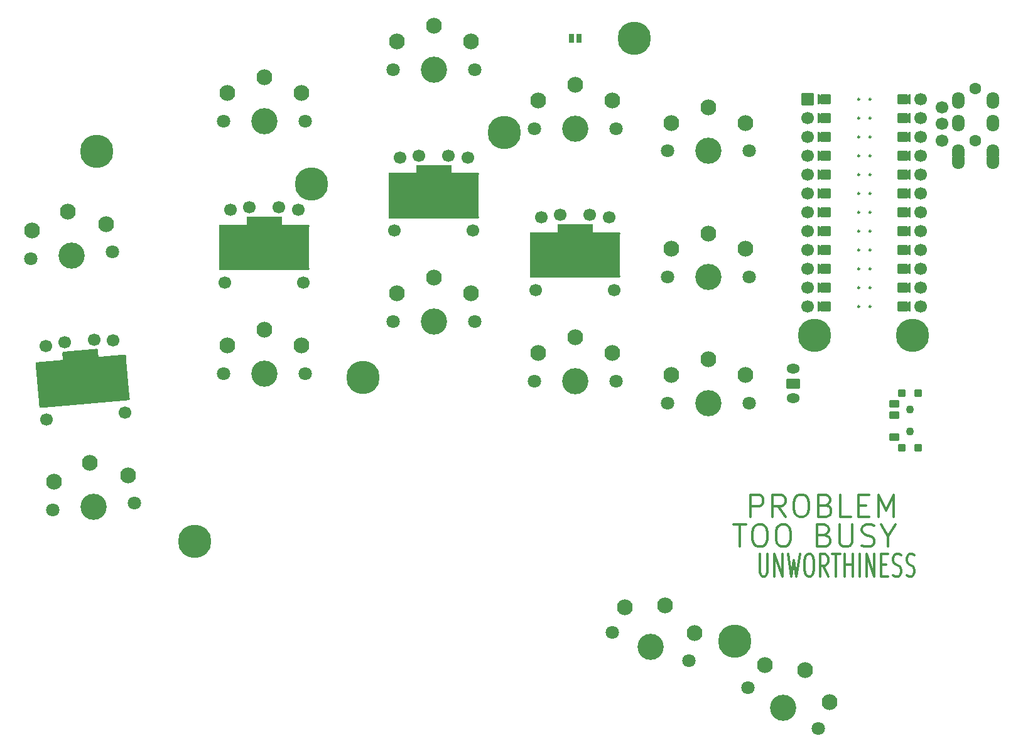
<source format=gts>
G04 #@! TF.GenerationSoftware,KiCad,Pcbnew,(6.0.4)*
G04 #@! TF.CreationDate,2022-07-01T16:06:35-05:00*
G04 #@! TF.ProjectId,om,6f6d2e6b-6963-4616-945f-706362585858,v1.0.0*
G04 #@! TF.SameCoordinates,Original*
G04 #@! TF.FileFunction,Soldermask,Top*
G04 #@! TF.FilePolarity,Negative*
%FSLAX46Y46*%
G04 Gerber Fmt 4.6, Leading zero omitted, Abs format (unit mm)*
G04 Created by KiCad (PCBNEW (6.0.4)) date 2022-07-01 16:06:35*
%MOMM*%
%LPD*%
G01*
G04 APERTURE LIST*
G04 Aperture macros list*
%AMRoundRect*
0 Rectangle with rounded corners*
0 $1 Rounding radius*
0 $2 $3 $4 $5 $6 $7 $8 $9 X,Y pos of 4 corners*
0 Add a 4 corners polygon primitive as box body*
4,1,4,$2,$3,$4,$5,$6,$7,$8,$9,$2,$3,0*
0 Add four circle primitives for the rounded corners*
1,1,$1+$1,$2,$3*
1,1,$1+$1,$4,$5*
1,1,$1+$1,$6,$7*
1,1,$1+$1,$8,$9*
0 Add four rect primitives between the rounded corners*
20,1,$1+$1,$2,$3,$4,$5,0*
20,1,$1+$1,$4,$5,$6,$7,0*
20,1,$1+$1,$6,$7,$8,$9,0*
20,1,$1+$1,$8,$9,$2,$3,0*%
%AMHorizOval*
0 Thick line with rounded ends*
0 $1 width*
0 $2 $3 position (X,Y) of the first rounded end (center of the circle)*
0 $4 $5 position (X,Y) of the second rounded end (center of the circle)*
0 Add line between two ends*
20,1,$1,$2,$3,$4,$5,0*
0 Add two circle primitives to create the rounded ends*
1,1,$1,$2,$3*
1,1,$1,$4,$5*%
%AMFreePoly0*
4,1,14,0.635355,0.435355,0.650000,0.400000,0.650000,0.200000,0.635355,0.164645,0.035355,-0.435355,0.000000,-0.450000,-0.035355,-0.435355,-0.635355,0.164645,-0.650000,0.200000,-0.650000,0.400000,-0.635355,0.435355,-0.600000,0.450000,0.600000,0.450000,0.635355,0.435355,0.635355,0.435355,$1*%
%AMFreePoly1*
4,1,16,0.635355,1.035355,0.650000,1.000000,0.650000,-0.250000,0.635355,-0.285355,0.600000,-0.300000,-0.600000,-0.300000,-0.635355,-0.285355,-0.650000,-0.250000,-0.650000,1.000000,-0.635355,1.035355,-0.600000,1.050000,-0.564645,1.035355,0.000000,0.470710,0.564645,1.035355,0.600000,1.050000,0.635355,1.035355,0.635355,1.035355,$1*%
G04 Aperture macros list end*
%ADD10C,0.300000*%
%ADD11C,0.250000*%
%ADD12C,0.100000*%
%ADD13C,1.100000*%
%ADD14RoundRect,0.050000X-0.450000X0.450000X-0.450000X-0.450000X0.450000X-0.450000X0.450000X0.450000X0*%
%ADD15RoundRect,0.050000X-0.625000X0.450000X-0.625000X-0.450000X0.625000X-0.450000X0.625000X0.450000X0*%
%ADD16C,1.801800*%
%ADD17C,3.529000*%
%ADD18C,2.132000*%
%ADD19RoundRect,0.050000X0.850000X-0.600000X0.850000X0.600000X-0.850000X0.600000X-0.850000X-0.600000X0*%
%ADD20O,1.800000X1.300000*%
%ADD21C,4.500000*%
%ADD22C,1.600000*%
%ADD23O,1.700000X2.300000*%
%ADD24FreePoly0,90.000000*%
%ADD25C,1.700000*%
%ADD26FreePoly0,270.000000*%
%ADD27RoundRect,0.050000X-0.800000X0.800000X-0.800000X-0.800000X0.800000X-0.800000X0.800000X0.800000X0*%
%ADD28FreePoly1,270.000000*%
%ADD29FreePoly1,90.000000*%
%ADD30O,0.400000X6.200000*%
%ADD31O,0.400000X1.300000*%
%ADD32O,11.950000X6.000000*%
%ADD33O,1.100000X6.000000*%
%ADD34O,4.800000X0.400000*%
%ADD35O,12.200000X0.400000*%
%ADD36O,4.800000X1.100000*%
%ADD37HorizOval,0.400000X-5.877549X-0.514219X5.877549X0.514219X0*%
%ADD38HorizOval,1.100000X-0.213532X2.440677X0.213532X-2.440677X0*%
%ADD39HorizOval,0.400000X0.252752X-2.888965X-0.252752X2.888965X0*%
%ADD40HorizOval,6.000000X-2.963679X-0.259288X2.963679X0.259288X0*%
%ADD41HorizOval,0.400000X0.039220X-0.448288X-0.039220X0.448288X0*%
%ADD42HorizOval,1.100000X-1.842960X-0.161238X1.842960X0.161238X0*%
%ADD43HorizOval,0.400000X-2.191628X-0.191743X2.191628X0.191743X0*%
%ADD44RoundRect,0.050000X-0.317500X-0.571500X0.317500X-0.571500X0.317500X0.571500X-0.317500X0.571500X0*%
G04 APERTURE END LIST*
D10*
X240816161Y-169956449D02*
X240816161Y-166956449D01*
X241959019Y-166956449D01*
X242244733Y-167099307D01*
X242387590Y-167242164D01*
X242530447Y-167527878D01*
X242530447Y-167956449D01*
X242387590Y-168242164D01*
X242244733Y-168385021D01*
X241959019Y-168527878D01*
X240816161Y-168527878D01*
X245530447Y-169956449D02*
X244530447Y-168527878D01*
X243816161Y-169956449D02*
X243816161Y-166956449D01*
X244959019Y-166956449D01*
X245244733Y-167099307D01*
X245387590Y-167242164D01*
X245530447Y-167527878D01*
X245530447Y-167956449D01*
X245387590Y-168242164D01*
X245244733Y-168385021D01*
X244959019Y-168527878D01*
X243816161Y-168527878D01*
X247387590Y-166956449D02*
X247959019Y-166956449D01*
X248244733Y-167099307D01*
X248530447Y-167385021D01*
X248673304Y-167956449D01*
X248673304Y-168956449D01*
X248530447Y-169527878D01*
X248244733Y-169813592D01*
X247959019Y-169956449D01*
X247387590Y-169956449D01*
X247101876Y-169813592D01*
X246816161Y-169527878D01*
X246673304Y-168956449D01*
X246673304Y-167956449D01*
X246816161Y-167385021D01*
X247101876Y-167099307D01*
X247387590Y-166956449D01*
X250959019Y-168385021D02*
X251387590Y-168527878D01*
X251530447Y-168670735D01*
X251673304Y-168956449D01*
X251673304Y-169385021D01*
X251530447Y-169670735D01*
X251387590Y-169813592D01*
X251101876Y-169956449D01*
X249959019Y-169956449D01*
X249959019Y-166956449D01*
X250959019Y-166956449D01*
X251244733Y-167099307D01*
X251387590Y-167242164D01*
X251530447Y-167527878D01*
X251530447Y-167813592D01*
X251387590Y-168099307D01*
X251244733Y-168242164D01*
X250959019Y-168385021D01*
X249959019Y-168385021D01*
X254387590Y-169956449D02*
X252959019Y-169956449D01*
X252959019Y-166956449D01*
X255387590Y-168385021D02*
X256387590Y-168385021D01*
X256816161Y-169956449D02*
X255387590Y-169956449D01*
X255387590Y-166956449D01*
X256816161Y-166956449D01*
X258101876Y-169956449D02*
X258101876Y-166956449D01*
X259101876Y-169099307D01*
X260101876Y-166956449D01*
X260101876Y-169956449D01*
X238530447Y-170956449D02*
X240244733Y-170956449D01*
X239387590Y-173956449D02*
X239387590Y-170956449D01*
X241816161Y-170956449D02*
X242387590Y-170956449D01*
X242673304Y-171099307D01*
X242959019Y-171385021D01*
X243101876Y-171956449D01*
X243101876Y-172956449D01*
X242959019Y-173527878D01*
X242673304Y-173813592D01*
X242387590Y-173956449D01*
X241816161Y-173956449D01*
X241530447Y-173813592D01*
X241244733Y-173527878D01*
X241101876Y-172956449D01*
X241101876Y-171956449D01*
X241244733Y-171385021D01*
X241530447Y-171099307D01*
X241816161Y-170956449D01*
X244959019Y-170956449D02*
X245530447Y-170956449D01*
X245816161Y-171099307D01*
X246101876Y-171385021D01*
X246244733Y-171956449D01*
X246244733Y-172956449D01*
X246101876Y-173527878D01*
X245816161Y-173813592D01*
X245530447Y-173956449D01*
X244959019Y-173956449D01*
X244673304Y-173813592D01*
X244387590Y-173527878D01*
X244244733Y-172956449D01*
X244244733Y-171956449D01*
X244387590Y-171385021D01*
X244673304Y-171099307D01*
X244959019Y-170956449D01*
X250816161Y-172385021D02*
X251244733Y-172527878D01*
X251387590Y-172670735D01*
X251530447Y-172956449D01*
X251530447Y-173385021D01*
X251387590Y-173670735D01*
X251244733Y-173813592D01*
X250959019Y-173956449D01*
X249816161Y-173956449D01*
X249816161Y-170956449D01*
X250816161Y-170956449D01*
X251101876Y-171099307D01*
X251244733Y-171242164D01*
X251387590Y-171527878D01*
X251387590Y-171813592D01*
X251244733Y-172099307D01*
X251101876Y-172242164D01*
X250816161Y-172385021D01*
X249816161Y-172385021D01*
X252816161Y-170956449D02*
X252816161Y-173385021D01*
X252959019Y-173670735D01*
X253101876Y-173813592D01*
X253387590Y-173956449D01*
X253959019Y-173956449D01*
X254244733Y-173813592D01*
X254387590Y-173670735D01*
X254530447Y-173385021D01*
X254530447Y-170956449D01*
X255816161Y-173813592D02*
X256244733Y-173956449D01*
X256959019Y-173956449D01*
X257244733Y-173813592D01*
X257387590Y-173670735D01*
X257530447Y-173385021D01*
X257530447Y-173099307D01*
X257387590Y-172813592D01*
X257244733Y-172670735D01*
X256959019Y-172527878D01*
X256387590Y-172385021D01*
X256101876Y-172242164D01*
X255959019Y-172099307D01*
X255816161Y-171813592D01*
X255816161Y-171527878D01*
X255959019Y-171242164D01*
X256101876Y-171099307D01*
X256387590Y-170956449D01*
X257101876Y-170956449D01*
X257530447Y-171099307D01*
X259387590Y-172527878D02*
X259387590Y-173956449D01*
X258387590Y-170956449D02*
X259387590Y-172527878D01*
X260387590Y-170956449D01*
X242054257Y-174956449D02*
X242054257Y-177385021D01*
X242144733Y-177670735D01*
X242235209Y-177813592D01*
X242416161Y-177956449D01*
X242778066Y-177956449D01*
X242959019Y-177813592D01*
X243049495Y-177670735D01*
X243139971Y-177385021D01*
X243139971Y-174956449D01*
X244044733Y-177956449D02*
X244044733Y-174956449D01*
X245130447Y-177956449D01*
X245130447Y-174956449D01*
X245854257Y-174956449D02*
X246306638Y-177956449D01*
X246668542Y-175813592D01*
X247030447Y-177956449D01*
X247482828Y-174956449D01*
X248568542Y-174956449D02*
X248930447Y-174956449D01*
X249111399Y-175099307D01*
X249292352Y-175385021D01*
X249382828Y-175956449D01*
X249382828Y-176956449D01*
X249292352Y-177527878D01*
X249111399Y-177813592D01*
X248930447Y-177956449D01*
X248568542Y-177956449D01*
X248387590Y-177813592D01*
X248206638Y-177527878D01*
X248116161Y-176956449D01*
X248116161Y-175956449D01*
X248206638Y-175385021D01*
X248387590Y-175099307D01*
X248568542Y-174956449D01*
X251282828Y-177956449D02*
X250649495Y-176527878D01*
X250197114Y-177956449D02*
X250197114Y-174956449D01*
X250920923Y-174956449D01*
X251101876Y-175099307D01*
X251192352Y-175242164D01*
X251282828Y-175527878D01*
X251282828Y-175956449D01*
X251192352Y-176242164D01*
X251101876Y-176385021D01*
X250920923Y-176527878D01*
X250197114Y-176527878D01*
X251825685Y-174956449D02*
X252911399Y-174956449D01*
X252368542Y-177956449D02*
X252368542Y-174956449D01*
X253544733Y-177956449D02*
X253544733Y-174956449D01*
X253544733Y-176385021D02*
X254630447Y-176385021D01*
X254630447Y-177956449D02*
X254630447Y-174956449D01*
X255535209Y-177956449D02*
X255535209Y-174956449D01*
X256439971Y-177956449D02*
X256439971Y-174956449D01*
X257525685Y-177956449D01*
X257525685Y-174956449D01*
X258430447Y-176385021D02*
X259063780Y-176385021D01*
X259335209Y-177956449D02*
X258430447Y-177956449D01*
X258430447Y-174956449D01*
X259335209Y-174956449D01*
X260059019Y-177813592D02*
X260330447Y-177956449D01*
X260782828Y-177956449D01*
X260963780Y-177813592D01*
X261054257Y-177670735D01*
X261144733Y-177385021D01*
X261144733Y-177099307D01*
X261054257Y-176813592D01*
X260963780Y-176670735D01*
X260782828Y-176527878D01*
X260420923Y-176385021D01*
X260239971Y-176242164D01*
X260149495Y-176099307D01*
X260059019Y-175813592D01*
X260059019Y-175527878D01*
X260149495Y-175242164D01*
X260239971Y-175099307D01*
X260420923Y-174956449D01*
X260873304Y-174956449D01*
X261144733Y-175099307D01*
X261868542Y-177813592D02*
X262139971Y-177956449D01*
X262592352Y-177956449D01*
X262773304Y-177813592D01*
X262863780Y-177670735D01*
X262954257Y-177385021D01*
X262954257Y-177099307D01*
X262863780Y-176813592D01*
X262773304Y-176670735D01*
X262592352Y-176527878D01*
X262230447Y-176385021D01*
X262049495Y-176242164D01*
X261959019Y-176099307D01*
X261868542Y-175813592D01*
X261868542Y-175527878D01*
X261959019Y-175242164D01*
X262049495Y-175099307D01*
X262230447Y-174956449D01*
X262682828Y-174956449D01*
X262954257Y-175099307D01*
D11*
X257057000Y-133970000D02*
G75*
G03*
X257057000Y-133970000I-125000J0D01*
G01*
X255533000Y-118730000D02*
G75*
G03*
X255533000Y-118730000I-125000J0D01*
G01*
X255533000Y-126350000D02*
G75*
G03*
X255533000Y-126350000I-125000J0D01*
G01*
X257057000Y-123810000D02*
G75*
G03*
X257057000Y-123810000I-125000J0D01*
G01*
X257057000Y-116190000D02*
G75*
G03*
X257057000Y-116190000I-125000J0D01*
G01*
X255533000Y-121270000D02*
G75*
G03*
X255533000Y-121270000I-125000J0D01*
G01*
X257057000Y-118730000D02*
G75*
G03*
X257057000Y-118730000I-125000J0D01*
G01*
X257057000Y-128890000D02*
G75*
G03*
X257057000Y-128890000I-125000J0D01*
G01*
X257057000Y-136510000D02*
G75*
G03*
X257057000Y-136510000I-125000J0D01*
G01*
X257057000Y-131430000D02*
G75*
G03*
X257057000Y-131430000I-125000J0D01*
G01*
X257057000Y-139050000D02*
G75*
G03*
X257057000Y-139050000I-125000J0D01*
G01*
X255533000Y-123810000D02*
G75*
G03*
X255533000Y-123810000I-125000J0D01*
G01*
X255533000Y-141590000D02*
G75*
G03*
X255533000Y-141590000I-125000J0D01*
G01*
X255533000Y-131430000D02*
G75*
G03*
X255533000Y-131430000I-125000J0D01*
G01*
X255533000Y-133970000D02*
G75*
G03*
X255533000Y-133970000I-125000J0D01*
G01*
X255533000Y-116190000D02*
G75*
G03*
X255533000Y-116190000I-125000J0D01*
G01*
X257057000Y-113650000D02*
G75*
G03*
X257057000Y-113650000I-125000J0D01*
G01*
X255533000Y-113650000D02*
G75*
G03*
X255533000Y-113650000I-125000J0D01*
G01*
X257057000Y-141590000D02*
G75*
G03*
X257057000Y-141590000I-125000J0D01*
G01*
X257057000Y-126350000D02*
G75*
G03*
X257057000Y-126350000I-125000J0D01*
G01*
X255533000Y-136510000D02*
G75*
G03*
X255533000Y-136510000I-125000J0D01*
G01*
X255533000Y-139050000D02*
G75*
G03*
X255533000Y-139050000I-125000J0D01*
G01*
X257057000Y-121270000D02*
G75*
G03*
X257057000Y-121270000I-125000J0D01*
G01*
X255533000Y-128890000D02*
G75*
G03*
X255533000Y-128890000I-125000J0D01*
G01*
G36*
X262266000Y-139558000D02*
G01*
X261250000Y-139558000D01*
X261250000Y-138542000D01*
X262266000Y-138542000D01*
X262266000Y-139558000D01*
G37*
D12*
X262266000Y-139558000D02*
X261250000Y-139558000D01*
X261250000Y-138542000D01*
X262266000Y-138542000D01*
X262266000Y-139558000D01*
G36*
X251090000Y-129398000D02*
G01*
X250074000Y-129398000D01*
X250074000Y-128382000D01*
X251090000Y-128382000D01*
X251090000Y-129398000D01*
G37*
X251090000Y-129398000D02*
X250074000Y-129398000D01*
X250074000Y-128382000D01*
X251090000Y-128382000D01*
X251090000Y-129398000D01*
G36*
X262266000Y-134478000D02*
G01*
X261250000Y-134478000D01*
X261250000Y-133462000D01*
X262266000Y-133462000D01*
X262266000Y-134478000D01*
G37*
X262266000Y-134478000D02*
X261250000Y-134478000D01*
X261250000Y-133462000D01*
X262266000Y-133462000D01*
X262266000Y-134478000D01*
G36*
X251090000Y-139558000D02*
G01*
X250074000Y-139558000D01*
X250074000Y-138542000D01*
X251090000Y-138542000D01*
X251090000Y-139558000D01*
G37*
X251090000Y-139558000D02*
X250074000Y-139558000D01*
X250074000Y-138542000D01*
X251090000Y-138542000D01*
X251090000Y-139558000D01*
G36*
X262266000Y-131938000D02*
G01*
X261250000Y-131938000D01*
X261250000Y-130922000D01*
X262266000Y-130922000D01*
X262266000Y-131938000D01*
G37*
X262266000Y-131938000D02*
X261250000Y-131938000D01*
X261250000Y-130922000D01*
X262266000Y-130922000D01*
X262266000Y-131938000D01*
G36*
X262266000Y-129398000D02*
G01*
X261250000Y-129398000D01*
X261250000Y-128382000D01*
X262266000Y-128382000D01*
X262266000Y-129398000D01*
G37*
X262266000Y-129398000D02*
X261250000Y-129398000D01*
X261250000Y-128382000D01*
X262266000Y-128382000D01*
X262266000Y-129398000D01*
G36*
X262266000Y-119238000D02*
G01*
X261250000Y-119238000D01*
X261250000Y-118222000D01*
X262266000Y-118222000D01*
X262266000Y-119238000D01*
G37*
X262266000Y-119238000D02*
X261250000Y-119238000D01*
X261250000Y-118222000D01*
X262266000Y-118222000D01*
X262266000Y-119238000D01*
G36*
X251090000Y-119238000D02*
G01*
X250074000Y-119238000D01*
X250074000Y-118222000D01*
X251090000Y-118222000D01*
X251090000Y-119238000D01*
G37*
X251090000Y-119238000D02*
X250074000Y-119238000D01*
X250074000Y-118222000D01*
X251090000Y-118222000D01*
X251090000Y-119238000D01*
G36*
X251090000Y-116698000D02*
G01*
X250074000Y-116698000D01*
X250074000Y-115682000D01*
X251090000Y-115682000D01*
X251090000Y-116698000D01*
G37*
X251090000Y-116698000D02*
X250074000Y-116698000D01*
X250074000Y-115682000D01*
X251090000Y-115682000D01*
X251090000Y-116698000D01*
G36*
X251090000Y-134478000D02*
G01*
X250074000Y-134478000D01*
X250074000Y-133462000D01*
X251090000Y-133462000D01*
X251090000Y-134478000D01*
G37*
X251090000Y-134478000D02*
X250074000Y-134478000D01*
X250074000Y-133462000D01*
X251090000Y-133462000D01*
X251090000Y-134478000D01*
G36*
X251090000Y-126858000D02*
G01*
X250074000Y-126858000D01*
X250074000Y-125842000D01*
X251090000Y-125842000D01*
X251090000Y-126858000D01*
G37*
X251090000Y-126858000D02*
X250074000Y-126858000D01*
X250074000Y-125842000D01*
X251090000Y-125842000D01*
X251090000Y-126858000D01*
G36*
X262266000Y-124318000D02*
G01*
X261250000Y-124318000D01*
X261250000Y-123302000D01*
X262266000Y-123302000D01*
X262266000Y-124318000D01*
G37*
X262266000Y-124318000D02*
X261250000Y-124318000D01*
X261250000Y-123302000D01*
X262266000Y-123302000D01*
X262266000Y-124318000D01*
G36*
X251090000Y-124318000D02*
G01*
X250074000Y-124318000D01*
X250074000Y-123302000D01*
X251090000Y-123302000D01*
X251090000Y-124318000D01*
G37*
X251090000Y-124318000D02*
X250074000Y-124318000D01*
X250074000Y-123302000D01*
X251090000Y-123302000D01*
X251090000Y-124318000D01*
G36*
X251090000Y-142098000D02*
G01*
X250074000Y-142098000D01*
X250074000Y-141082000D01*
X251090000Y-141082000D01*
X251090000Y-142098000D01*
G37*
X251090000Y-142098000D02*
X250074000Y-142098000D01*
X250074000Y-141082000D01*
X251090000Y-141082000D01*
X251090000Y-142098000D01*
G36*
X262266000Y-116698000D02*
G01*
X261250000Y-116698000D01*
X261250000Y-115682000D01*
X262266000Y-115682000D01*
X262266000Y-116698000D01*
G37*
X262266000Y-116698000D02*
X261250000Y-116698000D01*
X261250000Y-115682000D01*
X262266000Y-115682000D01*
X262266000Y-116698000D01*
G36*
X262266000Y-137018000D02*
G01*
X261250000Y-137018000D01*
X261250000Y-136002000D01*
X262266000Y-136002000D01*
X262266000Y-137018000D01*
G37*
X262266000Y-137018000D02*
X261250000Y-137018000D01*
X261250000Y-136002000D01*
X262266000Y-136002000D01*
X262266000Y-137018000D01*
G36*
X262266000Y-142098000D02*
G01*
X261250000Y-142098000D01*
X261250000Y-141082000D01*
X262266000Y-141082000D01*
X262266000Y-142098000D01*
G37*
X262266000Y-142098000D02*
X261250000Y-142098000D01*
X261250000Y-141082000D01*
X262266000Y-141082000D01*
X262266000Y-142098000D01*
G36*
X251090000Y-114158000D02*
G01*
X250074000Y-114158000D01*
X250074000Y-113142000D01*
X251090000Y-113142000D01*
X251090000Y-114158000D01*
G37*
X251090000Y-114158000D02*
X250074000Y-114158000D01*
X250074000Y-113142000D01*
X251090000Y-113142000D01*
X251090000Y-114158000D01*
G36*
X262266000Y-121778000D02*
G01*
X261250000Y-121778000D01*
X261250000Y-120762000D01*
X262266000Y-120762000D01*
X262266000Y-121778000D01*
G37*
X262266000Y-121778000D02*
X261250000Y-121778000D01*
X261250000Y-120762000D01*
X262266000Y-120762000D01*
X262266000Y-121778000D01*
G36*
X262266000Y-126858000D02*
G01*
X261250000Y-126858000D01*
X261250000Y-125842000D01*
X262266000Y-125842000D01*
X262266000Y-126858000D01*
G37*
X262266000Y-126858000D02*
X261250000Y-126858000D01*
X261250000Y-125842000D01*
X262266000Y-125842000D01*
X262266000Y-126858000D01*
G36*
X251090000Y-121778000D02*
G01*
X250074000Y-121778000D01*
X250074000Y-120762000D01*
X251090000Y-120762000D01*
X251090000Y-121778000D01*
G37*
X251090000Y-121778000D02*
X250074000Y-121778000D01*
X250074000Y-120762000D01*
X251090000Y-120762000D01*
X251090000Y-121778000D01*
G36*
X251090000Y-131938000D02*
G01*
X250074000Y-131938000D01*
X250074000Y-130922000D01*
X251090000Y-130922000D01*
X251090000Y-131938000D01*
G37*
X251090000Y-131938000D02*
X250074000Y-131938000D01*
X250074000Y-130922000D01*
X251090000Y-130922000D01*
X251090000Y-131938000D01*
G36*
X251090000Y-137018000D02*
G01*
X250074000Y-137018000D01*
X250074000Y-136002000D01*
X251090000Y-136002000D01*
X251090000Y-137018000D01*
G37*
X251090000Y-137018000D02*
X250074000Y-137018000D01*
X250074000Y-136002000D01*
X251090000Y-136002000D01*
X251090000Y-137018000D01*
G36*
X262266000Y-114158000D02*
G01*
X261250000Y-114158000D01*
X261250000Y-113142000D01*
X262266000Y-113142000D01*
X262266000Y-114158000D01*
G37*
X262266000Y-114158000D02*
X261250000Y-114158000D01*
X261250000Y-113142000D01*
X262266000Y-113142000D01*
X262266000Y-114158000D01*
D13*
X262310000Y-158460000D03*
D14*
X263410000Y-153260000D03*
D13*
X262310000Y-155460000D03*
D14*
X261210000Y-153260000D03*
X261210000Y-160660000D03*
X263410000Y-160660000D03*
D15*
X260235000Y-159210000D03*
X260235000Y-156210000D03*
X260235000Y-154710000D03*
D16*
X240670000Y-120620000D03*
X229670000Y-120620000D03*
D17*
X235170000Y-120620000D03*
D18*
X230170000Y-116820000D03*
X240170000Y-116820000D03*
X235170000Y-114720000D03*
X235170000Y-114720000D03*
D19*
X246600000Y-151955000D03*
D20*
X246600000Y-153955000D03*
X246600000Y-149955000D03*
D21*
X207645000Y-118122216D03*
X181622216Y-125095000D03*
X188595000Y-151117784D03*
X238660000Y-186710000D03*
D17*
X149303719Y-134703502D03*
D16*
X154782790Y-134224145D03*
X143824648Y-135182859D03*
D18*
X143991554Y-131353741D03*
X153953501Y-130482183D03*
X148789500Y-128825953D03*
X148789500Y-128825953D03*
D22*
X271160000Y-112220000D03*
X271160000Y-119220000D03*
D23*
X273460000Y-121920000D03*
X268860000Y-121920000D03*
X268860000Y-120820000D03*
X273460000Y-120820000D03*
X268860000Y-116820000D03*
X273460000Y-116820000D03*
X268860000Y-113820000D03*
X273460000Y-113820000D03*
D17*
X235170000Y-137620000D03*
D16*
X229670000Y-137620000D03*
X240670000Y-137620000D03*
D18*
X240170000Y-133820000D03*
X230170000Y-133820000D03*
X235170000Y-131720000D03*
X235170000Y-131720000D03*
D21*
X262660000Y-145460000D03*
D16*
X222151158Y-185565252D03*
X232487776Y-189327474D03*
D17*
X227319467Y-187446363D03*
D18*
X223920680Y-182165430D03*
X233317607Y-185585632D03*
X229337386Y-181902177D03*
X229337386Y-181902177D03*
D21*
X249410000Y-145460000D03*
D16*
X146787943Y-169053479D03*
X157746085Y-168094765D03*
D17*
X152267014Y-168574122D03*
D18*
X146954849Y-165224361D03*
X156916796Y-164352803D03*
X151752795Y-162696573D03*
X151752795Y-162696573D03*
D16*
X169760000Y-116620000D03*
D17*
X175260000Y-116620000D03*
D16*
X180760000Y-116620000D03*
D18*
X170260000Y-112820000D03*
X180260000Y-112820000D03*
X175260000Y-110720000D03*
X175260000Y-110720000D03*
D24*
X250328000Y-113650000D03*
D25*
X248550000Y-113650000D03*
X263790000Y-113650000D03*
X263790000Y-121270000D03*
D26*
X262012000Y-139050000D03*
D25*
X263790000Y-131430000D03*
X263790000Y-139050000D03*
D26*
X262012000Y-116190000D03*
D25*
X248550000Y-118730000D03*
X263790000Y-123810000D03*
D26*
X262012000Y-121270000D03*
D24*
X250328000Y-136510000D03*
X250328000Y-131430000D03*
D26*
X262012000Y-123810000D03*
D25*
X248550000Y-126350000D03*
X248550000Y-131430000D03*
X248550000Y-116190000D03*
X263790000Y-133970000D03*
D26*
X262012000Y-113650000D03*
X262012000Y-136510000D03*
D25*
X263790000Y-128890000D03*
D26*
X262012000Y-141590000D03*
X262012000Y-128890000D03*
X262012000Y-131430000D03*
D25*
X263790000Y-126350000D03*
D27*
X248550000Y-113650000D03*
D26*
X262012000Y-133970000D03*
D24*
X250328000Y-123810000D03*
X250328000Y-118730000D03*
D25*
X263790000Y-141590000D03*
D24*
X250328000Y-133970000D03*
D25*
X248550000Y-139050000D03*
D24*
X250328000Y-116190000D03*
D25*
X248550000Y-136510000D03*
X263790000Y-116190000D03*
X248550000Y-121270000D03*
D26*
X262012000Y-118730000D03*
D24*
X250328000Y-126350000D03*
D25*
X263790000Y-118730000D03*
D24*
X250328000Y-139050000D03*
X250328000Y-141590000D03*
D26*
X262012000Y-126350000D03*
D25*
X248550000Y-133970000D03*
D24*
X250328000Y-128890000D03*
D25*
X248550000Y-128890000D03*
X248550000Y-141590000D03*
X248550000Y-123810000D03*
D24*
X250328000Y-121270000D03*
D25*
X263790000Y-136510000D03*
D28*
X260996000Y-113650000D03*
X260996000Y-116190000D03*
X260996000Y-118730000D03*
X260996000Y-121270000D03*
X260996000Y-123810000D03*
X260996000Y-126350000D03*
X260996000Y-128890000D03*
X260996000Y-131430000D03*
X260996000Y-133970000D03*
X260996000Y-136510000D03*
X260996000Y-139050000D03*
X260996000Y-141590000D03*
D29*
X251344000Y-141590000D03*
X251344000Y-139050000D03*
X251344000Y-136510000D03*
X251344000Y-133970000D03*
X251344000Y-131430000D03*
X251344000Y-128890000D03*
X251344000Y-126350000D03*
X251344000Y-123810000D03*
X251344000Y-121270000D03*
X251344000Y-118730000D03*
X251344000Y-116190000D03*
X251344000Y-113650000D03*
D30*
X181160000Y-133620000D03*
D31*
X177460000Y-130120000D03*
D32*
X175260000Y-133620000D03*
D33*
X179850000Y-133620000D03*
D30*
X169360000Y-133620000D03*
D33*
X170670000Y-133620000D03*
D31*
X173060000Y-130120000D03*
D34*
X175260000Y-129670000D03*
D33*
X180620000Y-133620000D03*
X169900000Y-133620000D03*
D35*
X175260000Y-130720000D03*
D36*
X175260000Y-130120000D03*
D33*
X171060000Y-133620000D03*
X179460000Y-133620000D03*
D35*
X175260000Y-136520000D03*
D25*
X179840000Y-128520000D03*
X170680000Y-128520000D03*
X177260000Y-128220000D03*
X173260000Y-128220000D03*
X169960000Y-138370000D03*
X180560000Y-138370000D03*
D16*
X240670000Y-154620000D03*
X229670000Y-154620000D03*
D17*
X235170000Y-154620000D03*
D18*
X230170000Y-150820000D03*
X240170000Y-150820000D03*
X235170000Y-148720000D03*
X235170000Y-148720000D03*
D21*
X225160000Y-105460000D03*
D16*
X240453823Y-192960070D03*
D17*
X245216963Y-195710070D03*
D16*
X249980103Y-198460070D03*
D18*
X251447090Y-194919173D03*
X242786836Y-189919173D03*
X248166963Y-190600520D03*
X248166963Y-190600520D03*
D35*
X217170000Y-131720000D03*
D34*
X217170000Y-130670000D03*
D33*
X221760000Y-134620000D03*
X212970000Y-134620000D03*
D35*
X217170000Y-137520000D03*
D33*
X222530000Y-134620000D03*
X211810000Y-134620000D03*
D31*
X219370000Y-131120000D03*
D30*
X223070000Y-134620000D03*
X211270000Y-134620000D03*
D33*
X221370000Y-134620000D03*
D31*
X214970000Y-131120000D03*
D36*
X217170000Y-131120000D03*
D32*
X217170000Y-134620000D03*
D33*
X212580000Y-134620000D03*
D25*
X221750000Y-129520000D03*
X212590000Y-129520000D03*
X215170000Y-129220000D03*
X219170000Y-129220000D03*
X211870000Y-139370000D03*
X222470000Y-139370000D03*
D21*
X165910000Y-173210000D03*
D25*
X266660000Y-116960000D03*
D16*
X211670000Y-117620000D03*
X222670000Y-117620000D03*
D17*
X217170000Y-117620000D03*
D18*
X212170000Y-113820000D03*
X222170000Y-113820000D03*
X217170000Y-111720000D03*
X217170000Y-111720000D03*
D36*
X198120000Y-123120000D03*
D30*
X192220000Y-126620000D03*
D35*
X198120000Y-123720000D03*
D33*
X193920000Y-126620000D03*
D34*
X198120000Y-122670000D03*
D33*
X202320000Y-126620000D03*
X193530000Y-126620000D03*
D31*
X195920000Y-123120000D03*
D32*
X198120000Y-126620000D03*
D30*
X204020000Y-126620000D03*
D33*
X192760000Y-126620000D03*
X202710000Y-126620000D03*
X203480000Y-126620000D03*
D31*
X200320000Y-123120000D03*
D35*
X198120000Y-129520000D03*
D25*
X202700000Y-121520000D03*
X193540000Y-121520000D03*
X196120000Y-121220000D03*
X200120000Y-121220000D03*
X192820000Y-131370000D03*
X203420000Y-131370000D03*
X266660000Y-114710000D03*
D16*
X203620000Y-109620000D03*
D17*
X198120000Y-109620000D03*
D16*
X192620000Y-109620000D03*
D18*
X203120000Y-105820000D03*
X193120000Y-105820000D03*
X198120000Y-103720000D03*
X198120000Y-103720000D03*
D16*
X211670000Y-151620000D03*
D17*
X217170000Y-151620000D03*
D16*
X222670000Y-151620000D03*
D18*
X212170000Y-147820000D03*
X222170000Y-147820000D03*
X217170000Y-145720000D03*
X217170000Y-145720000D03*
D25*
X266660000Y-119210000D03*
D37*
X150532614Y-148749847D03*
D38*
X154969384Y-151272758D03*
D39*
X144907817Y-152153031D03*
X156662915Y-151124593D03*
D37*
X151038118Y-154527777D03*
D38*
X145445762Y-152105967D03*
D40*
X150785366Y-151638812D03*
D38*
X155357900Y-151238767D03*
D41*
X148288693Y-148343873D03*
D42*
X150480321Y-148152131D03*
D43*
X150441101Y-147703843D03*
D41*
X152671949Y-147960388D03*
D38*
X146601348Y-152004866D03*
X156124970Y-151171657D03*
X146212832Y-152038857D03*
D25*
X154903443Y-146159046D03*
X145778300Y-146957392D03*
X148322336Y-146433672D03*
X152307114Y-146085049D03*
X145919524Y-156832662D03*
X156479188Y-155908811D03*
D21*
X152660000Y-120710000D03*
D17*
X175260000Y-150620000D03*
D16*
X180760000Y-150620000D03*
X169760000Y-150620000D03*
D18*
X180260000Y-146820000D03*
X170260000Y-146820000D03*
X175260000Y-144720000D03*
X175260000Y-144720000D03*
D44*
X216659620Y-105460000D03*
X217660380Y-105460000D03*
D17*
X198120000Y-143620000D03*
D16*
X203620000Y-143620000D03*
X192620000Y-143620000D03*
D18*
X203120000Y-139820000D03*
X193120000Y-139820000D03*
X198120000Y-137720000D03*
X198120000Y-137720000D03*
D13*
X262297500Y-158460000D03*
X262297500Y-155460000D03*
M02*

</source>
